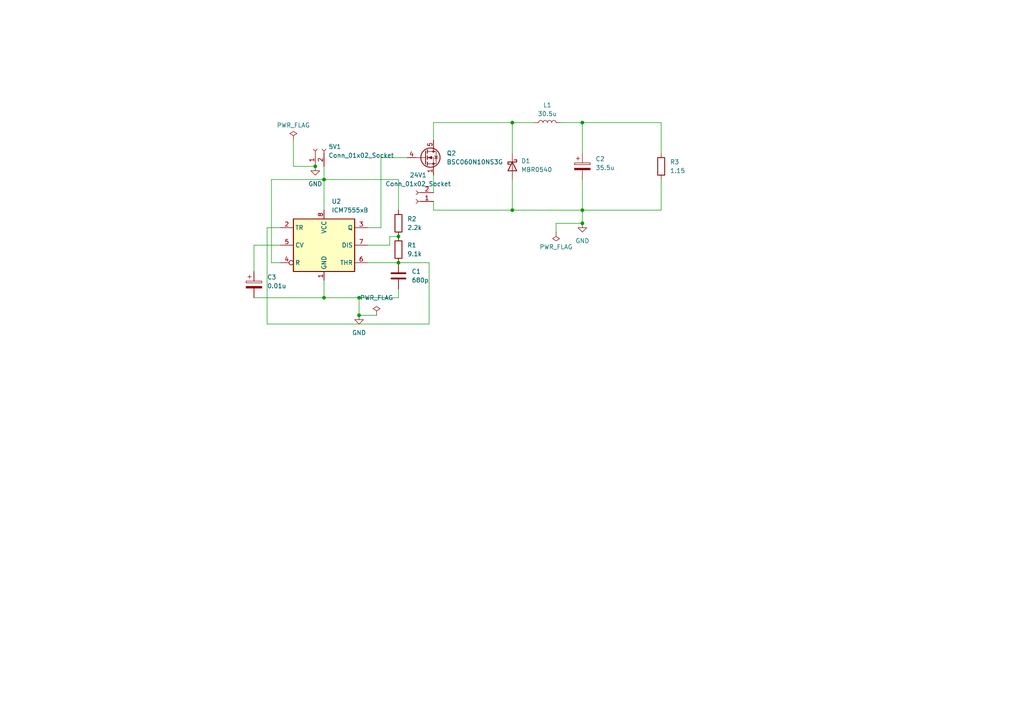
<source format=kicad_sch>
(kicad_sch
	(version 20231120)
	(generator "eeschema")
	(generator_version "8.0")
	(uuid "1246bc23-4bb4-429b-a41a-388dd9381d4b")
	(paper "A4")
	(lib_symbols
		(symbol "Connector:Conn_01x02_Socket"
			(pin_names
				(offset 1.016) hide)
			(exclude_from_sim no)
			(in_bom yes)
			(on_board yes)
			(property "Reference" "J"
				(at 0 2.54 0)
				(effects
					(font
						(size 1.27 1.27)
					)
				)
			)
			(property "Value" "Conn_01x02_Socket"
				(at 0 -5.08 0)
				(effects
					(font
						(size 1.27 1.27)
					)
				)
			)
			(property "Footprint" ""
				(at 0 0 0)
				(effects
					(font
						(size 1.27 1.27)
					)
					(hide yes)
				)
			)
			(property "Datasheet" "~"
				(at 0 0 0)
				(effects
					(font
						(size 1.27 1.27)
					)
					(hide yes)
				)
			)
			(property "Description" "Generic connector, single row, 01x02, script generated"
				(at 0 0 0)
				(effects
					(font
						(size 1.27 1.27)
					)
					(hide yes)
				)
			)
			(property "ki_locked" ""
				(at 0 0 0)
				(effects
					(font
						(size 1.27 1.27)
					)
				)
			)
			(property "ki_keywords" "connector"
				(at 0 0 0)
				(effects
					(font
						(size 1.27 1.27)
					)
					(hide yes)
				)
			)
			(property "ki_fp_filters" "Connector*:*_1x??_*"
				(at 0 0 0)
				(effects
					(font
						(size 1.27 1.27)
					)
					(hide yes)
				)
			)
			(symbol "Conn_01x02_Socket_1_1"
				(arc
					(start 0 -2.032)
					(mid -0.5058 -2.54)
					(end 0 -3.048)
					(stroke
						(width 0.1524)
						(type default)
					)
					(fill
						(type none)
					)
				)
				(polyline
					(pts
						(xy -1.27 -2.54) (xy -0.508 -2.54)
					)
					(stroke
						(width 0.1524)
						(type default)
					)
					(fill
						(type none)
					)
				)
				(polyline
					(pts
						(xy -1.27 0) (xy -0.508 0)
					)
					(stroke
						(width 0.1524)
						(type default)
					)
					(fill
						(type none)
					)
				)
				(arc
					(start 0 0.508)
					(mid -0.5058 0)
					(end 0 -0.508)
					(stroke
						(width 0.1524)
						(type default)
					)
					(fill
						(type none)
					)
				)
				(pin passive line
					(at -5.08 0 0)
					(length 3.81)
					(name "Pin_1"
						(effects
							(font
								(size 1.27 1.27)
							)
						)
					)
					(number "1"
						(effects
							(font
								(size 1.27 1.27)
							)
						)
					)
				)
				(pin passive line
					(at -5.08 -2.54 0)
					(length 3.81)
					(name "Pin_2"
						(effects
							(font
								(size 1.27 1.27)
							)
						)
					)
					(number "2"
						(effects
							(font
								(size 1.27 1.27)
							)
						)
					)
				)
			)
		)
		(symbol "Device:C"
			(pin_numbers hide)
			(pin_names
				(offset 0.254)
			)
			(exclude_from_sim no)
			(in_bom yes)
			(on_board yes)
			(property "Reference" "C"
				(at 0.635 2.54 0)
				(effects
					(font
						(size 1.27 1.27)
					)
					(justify left)
				)
			)
			(property "Value" "C"
				(at 0.635 -2.54 0)
				(effects
					(font
						(size 1.27 1.27)
					)
					(justify left)
				)
			)
			(property "Footprint" ""
				(at 0.9652 -3.81 0)
				(effects
					(font
						(size 1.27 1.27)
					)
					(hide yes)
				)
			)
			(property "Datasheet" "~"
				(at 0 0 0)
				(effects
					(font
						(size 1.27 1.27)
					)
					(hide yes)
				)
			)
			(property "Description" "Unpolarized capacitor"
				(at 0 0 0)
				(effects
					(font
						(size 1.27 1.27)
					)
					(hide yes)
				)
			)
			(property "ki_keywords" "cap capacitor"
				(at 0 0 0)
				(effects
					(font
						(size 1.27 1.27)
					)
					(hide yes)
				)
			)
			(property "ki_fp_filters" "C_*"
				(at 0 0 0)
				(effects
					(font
						(size 1.27 1.27)
					)
					(hide yes)
				)
			)
			(symbol "C_0_1"
				(polyline
					(pts
						(xy -2.032 -0.762) (xy 2.032 -0.762)
					)
					(stroke
						(width 0.508)
						(type default)
					)
					(fill
						(type none)
					)
				)
				(polyline
					(pts
						(xy -2.032 0.762) (xy 2.032 0.762)
					)
					(stroke
						(width 0.508)
						(type default)
					)
					(fill
						(type none)
					)
				)
			)
			(symbol "C_1_1"
				(pin passive line
					(at 0 3.81 270)
					(length 2.794)
					(name "~"
						(effects
							(font
								(size 1.27 1.27)
							)
						)
					)
					(number "1"
						(effects
							(font
								(size 1.27 1.27)
							)
						)
					)
				)
				(pin passive line
					(at 0 -3.81 90)
					(length 2.794)
					(name "~"
						(effects
							(font
								(size 1.27 1.27)
							)
						)
					)
					(number "2"
						(effects
							(font
								(size 1.27 1.27)
							)
						)
					)
				)
			)
		)
		(symbol "Device:C_Polarized"
			(pin_numbers hide)
			(pin_names
				(offset 0.254)
			)
			(exclude_from_sim no)
			(in_bom yes)
			(on_board yes)
			(property "Reference" "C"
				(at 0.635 2.54 0)
				(effects
					(font
						(size 1.27 1.27)
					)
					(justify left)
				)
			)
			(property "Value" "C_Polarized"
				(at 0.635 -2.54 0)
				(effects
					(font
						(size 1.27 1.27)
					)
					(justify left)
				)
			)
			(property "Footprint" ""
				(at 0.9652 -3.81 0)
				(effects
					(font
						(size 1.27 1.27)
					)
					(hide yes)
				)
			)
			(property "Datasheet" "~"
				(at 0 0 0)
				(effects
					(font
						(size 1.27 1.27)
					)
					(hide yes)
				)
			)
			(property "Description" "Polarized capacitor"
				(at 0 0 0)
				(effects
					(font
						(size 1.27 1.27)
					)
					(hide yes)
				)
			)
			(property "ki_keywords" "cap capacitor"
				(at 0 0 0)
				(effects
					(font
						(size 1.27 1.27)
					)
					(hide yes)
				)
			)
			(property "ki_fp_filters" "CP_*"
				(at 0 0 0)
				(effects
					(font
						(size 1.27 1.27)
					)
					(hide yes)
				)
			)
			(symbol "C_Polarized_0_1"
				(rectangle
					(start -2.286 0.508)
					(end 2.286 1.016)
					(stroke
						(width 0)
						(type default)
					)
					(fill
						(type none)
					)
				)
				(polyline
					(pts
						(xy -1.778 2.286) (xy -0.762 2.286)
					)
					(stroke
						(width 0)
						(type default)
					)
					(fill
						(type none)
					)
				)
				(polyline
					(pts
						(xy -1.27 2.794) (xy -1.27 1.778)
					)
					(stroke
						(width 0)
						(type default)
					)
					(fill
						(type none)
					)
				)
				(rectangle
					(start 2.286 -0.508)
					(end -2.286 -1.016)
					(stroke
						(width 0)
						(type default)
					)
					(fill
						(type outline)
					)
				)
			)
			(symbol "C_Polarized_1_1"
				(pin passive line
					(at 0 3.81 270)
					(length 2.794)
					(name "~"
						(effects
							(font
								(size 1.27 1.27)
							)
						)
					)
					(number "1"
						(effects
							(font
								(size 1.27 1.27)
							)
						)
					)
				)
				(pin passive line
					(at 0 -3.81 90)
					(length 2.794)
					(name "~"
						(effects
							(font
								(size 1.27 1.27)
							)
						)
					)
					(number "2"
						(effects
							(font
								(size 1.27 1.27)
							)
						)
					)
				)
			)
		)
		(symbol "Device:L"
			(pin_numbers hide)
			(pin_names
				(offset 1.016) hide)
			(exclude_from_sim no)
			(in_bom yes)
			(on_board yes)
			(property "Reference" "L"
				(at -1.27 0 90)
				(effects
					(font
						(size 1.27 1.27)
					)
				)
			)
			(property "Value" "L"
				(at 1.905 0 90)
				(effects
					(font
						(size 1.27 1.27)
					)
				)
			)
			(property "Footprint" ""
				(at 0 0 0)
				(effects
					(font
						(size 1.27 1.27)
					)
					(hide yes)
				)
			)
			(property "Datasheet" "~"
				(at 0 0 0)
				(effects
					(font
						(size 1.27 1.27)
					)
					(hide yes)
				)
			)
			(property "Description" "Inductor"
				(at 0 0 0)
				(effects
					(font
						(size 1.27 1.27)
					)
					(hide yes)
				)
			)
			(property "ki_keywords" "inductor choke coil reactor magnetic"
				(at 0 0 0)
				(effects
					(font
						(size 1.27 1.27)
					)
					(hide yes)
				)
			)
			(property "ki_fp_filters" "Choke_* *Coil* Inductor_* L_*"
				(at 0 0 0)
				(effects
					(font
						(size 1.27 1.27)
					)
					(hide yes)
				)
			)
			(symbol "L_0_1"
				(arc
					(start 0 -2.54)
					(mid 0.6323 -1.905)
					(end 0 -1.27)
					(stroke
						(width 0)
						(type default)
					)
					(fill
						(type none)
					)
				)
				(arc
					(start 0 -1.27)
					(mid 0.6323 -0.635)
					(end 0 0)
					(stroke
						(width 0)
						(type default)
					)
					(fill
						(type none)
					)
				)
				(arc
					(start 0 0)
					(mid 0.6323 0.635)
					(end 0 1.27)
					(stroke
						(width 0)
						(type default)
					)
					(fill
						(type none)
					)
				)
				(arc
					(start 0 1.27)
					(mid 0.6323 1.905)
					(end 0 2.54)
					(stroke
						(width 0)
						(type default)
					)
					(fill
						(type none)
					)
				)
			)
			(symbol "L_1_1"
				(pin passive line
					(at 0 3.81 270)
					(length 1.27)
					(name "1"
						(effects
							(font
								(size 1.27 1.27)
							)
						)
					)
					(number "1"
						(effects
							(font
								(size 1.27 1.27)
							)
						)
					)
				)
				(pin passive line
					(at 0 -3.81 90)
					(length 1.27)
					(name "2"
						(effects
							(font
								(size 1.27 1.27)
							)
						)
					)
					(number "2"
						(effects
							(font
								(size 1.27 1.27)
							)
						)
					)
				)
			)
		)
		(symbol "Device:R"
			(pin_numbers hide)
			(pin_names
				(offset 0)
			)
			(exclude_from_sim no)
			(in_bom yes)
			(on_board yes)
			(property "Reference" "R"
				(at 2.032 0 90)
				(effects
					(font
						(size 1.27 1.27)
					)
				)
			)
			(property "Value" "R"
				(at 0 0 90)
				(effects
					(font
						(size 1.27 1.27)
					)
				)
			)
			(property "Footprint" ""
				(at -1.778 0 90)
				(effects
					(font
						(size 1.27 1.27)
					)
					(hide yes)
				)
			)
			(property "Datasheet" "~"
				(at 0 0 0)
				(effects
					(font
						(size 1.27 1.27)
					)
					(hide yes)
				)
			)
			(property "Description" "Resistor"
				(at 0 0 0)
				(effects
					(font
						(size 1.27 1.27)
					)
					(hide yes)
				)
			)
			(property "ki_keywords" "R res resistor"
				(at 0 0 0)
				(effects
					(font
						(size 1.27 1.27)
					)
					(hide yes)
				)
			)
			(property "ki_fp_filters" "R_*"
				(at 0 0 0)
				(effects
					(font
						(size 1.27 1.27)
					)
					(hide yes)
				)
			)
			(symbol "R_0_1"
				(rectangle
					(start -1.016 -2.54)
					(end 1.016 2.54)
					(stroke
						(width 0.254)
						(type default)
					)
					(fill
						(type none)
					)
				)
			)
			(symbol "R_1_1"
				(pin passive line
					(at 0 3.81 270)
					(length 1.27)
					(name "~"
						(effects
							(font
								(size 1.27 1.27)
							)
						)
					)
					(number "1"
						(effects
							(font
								(size 1.27 1.27)
							)
						)
					)
				)
				(pin passive line
					(at 0 -3.81 90)
					(length 1.27)
					(name "~"
						(effects
							(font
								(size 1.27 1.27)
							)
						)
					)
					(number "2"
						(effects
							(font
								(size 1.27 1.27)
							)
						)
					)
				)
			)
		)
		(symbol "Diode:MBR0540"
			(pin_numbers hide)
			(pin_names
				(offset 1.016) hide)
			(exclude_from_sim no)
			(in_bom yes)
			(on_board yes)
			(property "Reference" "D"
				(at 0 2.54 0)
				(effects
					(font
						(size 1.27 1.27)
					)
				)
			)
			(property "Value" "MBR0540"
				(at 0 -2.54 0)
				(effects
					(font
						(size 1.27 1.27)
					)
				)
			)
			(property "Footprint" "Diode_SMD:D_SOD-123"
				(at 0 -4.445 0)
				(effects
					(font
						(size 1.27 1.27)
					)
					(hide yes)
				)
			)
			(property "Datasheet" "http://www.mccsemi.com/up_pdf/MBR0520~MBR0580(SOD123).pdf"
				(at 0 0 0)
				(effects
					(font
						(size 1.27 1.27)
					)
					(hide yes)
				)
			)
			(property "Description" "40V 0.5A Schottky Power Rectifier Diode, SOD-123"
				(at 0 0 0)
				(effects
					(font
						(size 1.27 1.27)
					)
					(hide yes)
				)
			)
			(property "ki_keywords" "diode Schottky"
				(at 0 0 0)
				(effects
					(font
						(size 1.27 1.27)
					)
					(hide yes)
				)
			)
			(property "ki_fp_filters" "D*SOD?123*"
				(at 0 0 0)
				(effects
					(font
						(size 1.27 1.27)
					)
					(hide yes)
				)
			)
			(symbol "MBR0540_0_1"
				(polyline
					(pts
						(xy 1.27 0) (xy -1.27 0)
					)
					(stroke
						(width 0)
						(type default)
					)
					(fill
						(type none)
					)
				)
				(polyline
					(pts
						(xy 1.27 1.27) (xy 1.27 -1.27) (xy -1.27 0) (xy 1.27 1.27)
					)
					(stroke
						(width 0.254)
						(type default)
					)
					(fill
						(type none)
					)
				)
				(polyline
					(pts
						(xy -1.905 0.635) (xy -1.905 1.27) (xy -1.27 1.27) (xy -1.27 -1.27) (xy -0.635 -1.27) (xy -0.635 -0.635)
					)
					(stroke
						(width 0.254)
						(type default)
					)
					(fill
						(type none)
					)
				)
			)
			(symbol "MBR0540_1_1"
				(pin passive line
					(at -3.81 0 0)
					(length 2.54)
					(name "K"
						(effects
							(font
								(size 1.27 1.27)
							)
						)
					)
					(number "1"
						(effects
							(font
								(size 1.27 1.27)
							)
						)
					)
				)
				(pin passive line
					(at 3.81 0 180)
					(length 2.54)
					(name "A"
						(effects
							(font
								(size 1.27 1.27)
							)
						)
					)
					(number "2"
						(effects
							(font
								(size 1.27 1.27)
							)
						)
					)
				)
			)
		)
		(symbol "Timer:ICM7555xB"
			(exclude_from_sim no)
			(in_bom yes)
			(on_board yes)
			(property "Reference" "U"
				(at -10.16 8.89 0)
				(effects
					(font
						(size 1.27 1.27)
					)
					(justify left)
				)
			)
			(property "Value" "ICM7555xB"
				(at 2.54 8.89 0)
				(effects
					(font
						(size 1.27 1.27)
					)
					(justify left)
				)
			)
			(property "Footprint" "Package_SO:SOIC-8_3.9x4.9mm_P1.27mm"
				(at 21.59 -10.16 0)
				(effects
					(font
						(size 1.27 1.27)
					)
					(hide yes)
				)
			)
			(property "Datasheet" "http://www.intersil.com/content/dam/Intersil/documents/icm7/icm7555-56.pdf"
				(at 21.59 -10.16 0)
				(effects
					(font
						(size 1.27 1.27)
					)
					(hide yes)
				)
			)
			(property "Description" "CMOS General Purpose Timer, 555 compatible, SOIC-8"
				(at 0 0 0)
				(effects
					(font
						(size 1.27 1.27)
					)
					(hide yes)
				)
			)
			(property "ki_keywords" "single timer 555"
				(at 0 0 0)
				(effects
					(font
						(size 1.27 1.27)
					)
					(hide yes)
				)
			)
			(property "ki_fp_filters" "SOIC*3.9x4.9mm*P1.27mm*"
				(at 0 0 0)
				(effects
					(font
						(size 1.27 1.27)
					)
					(hide yes)
				)
			)
			(symbol "ICM7555xB_0_0"
				(pin power_in line
					(at 0 -10.16 90)
					(length 2.54)
					(name "GND"
						(effects
							(font
								(size 1.27 1.27)
							)
						)
					)
					(number "1"
						(effects
							(font
								(size 1.27 1.27)
							)
						)
					)
				)
				(pin power_in line
					(at 0 10.16 270)
					(length 2.54)
					(name "VCC"
						(effects
							(font
								(size 1.27 1.27)
							)
						)
					)
					(number "8"
						(effects
							(font
								(size 1.27 1.27)
							)
						)
					)
				)
			)
			(symbol "ICM7555xB_0_1"
				(rectangle
					(start -8.89 -7.62)
					(end 8.89 7.62)
					(stroke
						(width 0.254)
						(type default)
					)
					(fill
						(type background)
					)
				)
				(rectangle
					(start -8.89 -7.62)
					(end 8.89 7.62)
					(stroke
						(width 0.254)
						(type default)
					)
					(fill
						(type background)
					)
				)
			)
			(symbol "ICM7555xB_1_1"
				(pin input line
					(at -12.7 5.08 0)
					(length 3.81)
					(name "TR"
						(effects
							(font
								(size 1.27 1.27)
							)
						)
					)
					(number "2"
						(effects
							(font
								(size 1.27 1.27)
							)
						)
					)
				)
				(pin output line
					(at 12.7 5.08 180)
					(length 3.81)
					(name "Q"
						(effects
							(font
								(size 1.27 1.27)
							)
						)
					)
					(number "3"
						(effects
							(font
								(size 1.27 1.27)
							)
						)
					)
				)
				(pin input inverted
					(at -12.7 -5.08 0)
					(length 3.81)
					(name "R"
						(effects
							(font
								(size 1.27 1.27)
							)
						)
					)
					(number "4"
						(effects
							(font
								(size 1.27 1.27)
							)
						)
					)
				)
				(pin input line
					(at -12.7 0 0)
					(length 3.81)
					(name "CV"
						(effects
							(font
								(size 1.27 1.27)
							)
						)
					)
					(number "5"
						(effects
							(font
								(size 1.27 1.27)
							)
						)
					)
				)
				(pin input line
					(at 12.7 -5.08 180)
					(length 3.81)
					(name "THR"
						(effects
							(font
								(size 1.27 1.27)
							)
						)
					)
					(number "6"
						(effects
							(font
								(size 1.27 1.27)
							)
						)
					)
				)
				(pin input line
					(at 12.7 0 180)
					(length 3.81)
					(name "DIS"
						(effects
							(font
								(size 1.27 1.27)
							)
						)
					)
					(number "7"
						(effects
							(font
								(size 1.27 1.27)
							)
						)
					)
				)
			)
		)
		(symbol "Transistor_FET:BSC060N10NS3G"
			(pin_names hide)
			(exclude_from_sim no)
			(in_bom yes)
			(on_board yes)
			(property "Reference" "Q"
				(at 5.08 1.905 0)
				(effects
					(font
						(size 1.27 1.27)
					)
					(justify left)
				)
			)
			(property "Value" "BSC060N10NS3G"
				(at 5.08 0 0)
				(effects
					(font
						(size 1.27 1.27)
					)
					(justify left)
				)
			)
			(property "Footprint" "Package_TO_SOT_SMD:TDSON-8-1"
				(at 5.08 -1.905 0)
				(effects
					(font
						(size 1.27 1.27)
						(italic yes)
					)
					(justify left)
					(hide yes)
				)
			)
			(property "Datasheet" "http://www.infineon.com/dgdl/Infineon-BSC060N10NS3-DS-v02_04-en.pdf?fileId=db3a30431ce5fb52011d1aab7f90133a"
				(at 5.08 -3.81 0)
				(effects
					(font
						(size 1.27 1.27)
					)
					(justify left)
					(hide yes)
				)
			)
			(property "Description" "90A Id, 100V Vds, OptiMOS N-Channel Power MOSFET, 6.0mOhm Ron, Qg (typ) 51.0nC, PG-TDSON-8"
				(at 0 0 0)
				(effects
					(font
						(size 1.27 1.27)
					)
					(hide yes)
				)
			)
			(property "ki_keywords" "OptiMOS Power MOSFET N-MOS"
				(at 0 0 0)
				(effects
					(font
						(size 1.27 1.27)
					)
					(hide yes)
				)
			)
			(property "ki_fp_filters" "TDSON*"
				(at 0 0 0)
				(effects
					(font
						(size 1.27 1.27)
					)
					(hide yes)
				)
			)
			(symbol "BSC060N10NS3G_0_1"
				(polyline
					(pts
						(xy 0.254 0) (xy -2.54 0)
					)
					(stroke
						(width 0)
						(type default)
					)
					(fill
						(type none)
					)
				)
				(polyline
					(pts
						(xy 0.254 1.905) (xy 0.254 -1.905)
					)
					(stroke
						(width 0.254)
						(type default)
					)
					(fill
						(type none)
					)
				)
				(polyline
					(pts
						(xy 0.762 -1.27) (xy 0.762 -2.286)
					)
					(stroke
						(width 0.254)
						(type default)
					)
					(fill
						(type none)
					)
				)
				(polyline
					(pts
						(xy 0.762 0.508) (xy 0.762 -0.508)
					)
					(stroke
						(width 0.254)
						(type default)
					)
					(fill
						(type none)
					)
				)
				(polyline
					(pts
						(xy 0.762 2.286) (xy 0.762 1.27)
					)
					(stroke
						(width 0.254)
						(type default)
					)
					(fill
						(type none)
					)
				)
				(polyline
					(pts
						(xy 2.54 2.54) (xy 2.54 1.778)
					)
					(stroke
						(width 0)
						(type default)
					)
					(fill
						(type none)
					)
				)
				(polyline
					(pts
						(xy 2.54 -2.54) (xy 2.54 0) (xy 0.762 0)
					)
					(stroke
						(width 0)
						(type default)
					)
					(fill
						(type none)
					)
				)
				(polyline
					(pts
						(xy 0.762 -1.778) (xy 3.302 -1.778) (xy 3.302 1.778) (xy 0.762 1.778)
					)
					(stroke
						(width 0)
						(type default)
					)
					(fill
						(type none)
					)
				)
				(polyline
					(pts
						(xy 1.016 0) (xy 2.032 0.381) (xy 2.032 -0.381) (xy 1.016 0)
					)
					(stroke
						(width 0)
						(type default)
					)
					(fill
						(type outline)
					)
				)
				(polyline
					(pts
						(xy 2.794 0.508) (xy 2.921 0.381) (xy 3.683 0.381) (xy 3.81 0.254)
					)
					(stroke
						(width 0)
						(type default)
					)
					(fill
						(type none)
					)
				)
				(polyline
					(pts
						(xy 3.302 0.381) (xy 2.921 -0.254) (xy 3.683 -0.254) (xy 3.302 0.381)
					)
					(stroke
						(width 0)
						(type default)
					)
					(fill
						(type none)
					)
				)
				(circle
					(center 1.651 0)
					(radius 2.794)
					(stroke
						(width 0.254)
						(type default)
					)
					(fill
						(type none)
					)
				)
				(circle
					(center 2.54 -1.778)
					(radius 0.254)
					(stroke
						(width 0)
						(type default)
					)
					(fill
						(type outline)
					)
				)
				(circle
					(center 2.54 1.778)
					(radius 0.254)
					(stroke
						(width 0)
						(type default)
					)
					(fill
						(type outline)
					)
				)
			)
			(symbol "BSC060N10NS3G_1_1"
				(pin passive line
					(at 2.54 -5.08 90)
					(length 2.54)
					(name "S"
						(effects
							(font
								(size 1.27 1.27)
							)
						)
					)
					(number "1"
						(effects
							(font
								(size 1.27 1.27)
							)
						)
					)
				)
				(pin passive line
					(at 2.54 -5.08 90)
					(length 2.54) hide
					(name "S"
						(effects
							(font
								(size 1.27 1.27)
							)
						)
					)
					(number "2"
						(effects
							(font
								(size 1.27 1.27)
							)
						)
					)
				)
				(pin passive line
					(at 2.54 -5.08 90)
					(length 2.54) hide
					(name "S"
						(effects
							(font
								(size 1.27 1.27)
							)
						)
					)
					(number "3"
						(effects
							(font
								(size 1.27 1.27)
							)
						)
					)
				)
				(pin passive line
					(at -5.08 0 0)
					(length 2.54)
					(name "G"
						(effects
							(font
								(size 1.27 1.27)
							)
						)
					)
					(number "4"
						(effects
							(font
								(size 1.27 1.27)
							)
						)
					)
				)
				(pin passive line
					(at 2.54 5.08 270)
					(length 2.54)
					(name "D"
						(effects
							(font
								(size 1.27 1.27)
							)
						)
					)
					(number "5"
						(effects
							(font
								(size 1.27 1.27)
							)
						)
					)
				)
			)
		)
		(symbol "power:GND"
			(power)
			(pin_numbers hide)
			(pin_names
				(offset 0) hide)
			(exclude_from_sim no)
			(in_bom yes)
			(on_board yes)
			(property "Reference" "#PWR"
				(at 0 -6.35 0)
				(effects
					(font
						(size 1.27 1.27)
					)
					(hide yes)
				)
			)
			(property "Value" "GND"
				(at 0 -3.81 0)
				(effects
					(font
						(size 1.27 1.27)
					)
				)
			)
			(property "Footprint" ""
				(at 0 0 0)
				(effects
					(font
						(size 1.27 1.27)
					)
					(hide yes)
				)
			)
			(property "Datasheet" ""
				(at 0 0 0)
				(effects
					(font
						(size 1.27 1.27)
					)
					(hide yes)
				)
			)
			(property "Description" "Power symbol creates a global label with name \"GND\" , ground"
				(at 0 0 0)
				(effects
					(font
						(size 1.27 1.27)
					)
					(hide yes)
				)
			)
			(property "ki_keywords" "global power"
				(at 0 0 0)
				(effects
					(font
						(size 1.27 1.27)
					)
					(hide yes)
				)
			)
			(symbol "GND_0_1"
				(polyline
					(pts
						(xy 0 0) (xy 0 -1.27) (xy 1.27 -1.27) (xy 0 -2.54) (xy -1.27 -1.27) (xy 0 -1.27)
					)
					(stroke
						(width 0)
						(type default)
					)
					(fill
						(type none)
					)
				)
			)
			(symbol "GND_1_1"
				(pin power_in line
					(at 0 0 270)
					(length 0)
					(name "~"
						(effects
							(font
								(size 1.27 1.27)
							)
						)
					)
					(number "1"
						(effects
							(font
								(size 1.27 1.27)
							)
						)
					)
				)
			)
		)
		(symbol "power:PWR_FLAG"
			(power)
			(pin_numbers hide)
			(pin_names
				(offset 0) hide)
			(exclude_from_sim no)
			(in_bom yes)
			(on_board yes)
			(property "Reference" "#FLG"
				(at 0 1.905 0)
				(effects
					(font
						(size 1.27 1.27)
					)
					(hide yes)
				)
			)
			(property "Value" "PWR_FLAG"
				(at 0 3.81 0)
				(effects
					(font
						(size 1.27 1.27)
					)
				)
			)
			(property "Footprint" ""
				(at 0 0 0)
				(effects
					(font
						(size 1.27 1.27)
					)
					(hide yes)
				)
			)
			(property "Datasheet" "~"
				(at 0 0 0)
				(effects
					(font
						(size 1.27 1.27)
					)
					(hide yes)
				)
			)
			(property "Description" "Special symbol for telling ERC where power comes from"
				(at 0 0 0)
				(effects
					(font
						(size 1.27 1.27)
					)
					(hide yes)
				)
			)
			(property "ki_keywords" "flag power"
				(at 0 0 0)
				(effects
					(font
						(size 1.27 1.27)
					)
					(hide yes)
				)
			)
			(symbol "PWR_FLAG_0_0"
				(pin power_out line
					(at 0 0 90)
					(length 0)
					(name "~"
						(effects
							(font
								(size 1.27 1.27)
							)
						)
					)
					(number "1"
						(effects
							(font
								(size 1.27 1.27)
							)
						)
					)
				)
			)
			(symbol "PWR_FLAG_0_1"
				(polyline
					(pts
						(xy 0 0) (xy 0 1.27) (xy -1.016 1.905) (xy 0 2.54) (xy 1.016 1.905) (xy 0 1.27)
					)
					(stroke
						(width 0)
						(type default)
					)
					(fill
						(type none)
					)
				)
			)
		)
	)
	(junction
		(at 168.91 60.96)
		(diameter 0)
		(color 0 0 0 0)
		(uuid "1779c7f5-3dcc-44b9-ad30-fa7de06eab8e")
	)
	(junction
		(at 168.91 35.56)
		(diameter 0)
		(color 0 0 0 0)
		(uuid "1e471a4e-746e-474d-bff5-9a994b9b34ba")
	)
	(junction
		(at 93.98 86.36)
		(diameter 0)
		(color 0 0 0 0)
		(uuid "24eb68d7-9f84-4c4e-b04d-540f49f5b558")
	)
	(junction
		(at 93.98 52.07)
		(diameter 0)
		(color 0 0 0 0)
		(uuid "2ec6263f-11d7-4b72-a7fe-5e2309ab9e96")
	)
	(junction
		(at 104.14 91.44)
		(diameter 0)
		(color 0 0 0 0)
		(uuid "3a335f44-c980-421e-84a8-f2e9975fd5d9")
	)
	(junction
		(at 104.14 86.36)
		(diameter 0)
		(color 0 0 0 0)
		(uuid "4b922dec-1f9b-49e5-81ff-9186560b6eec")
	)
	(junction
		(at 115.57 76.2)
		(diameter 0)
		(color 0 0 0 0)
		(uuid "61750e94-9977-424c-811c-321b71a0544e")
	)
	(junction
		(at 148.59 35.56)
		(diameter 0)
		(color 0 0 0 0)
		(uuid "72bb6837-b1f9-4334-8408-692523bc3b1c")
	)
	(junction
		(at 115.57 68.58)
		(diameter 0)
		(color 0 0 0 0)
		(uuid "9bbc7f71-ada0-4aa3-bb63-4e98cddf6eac")
	)
	(junction
		(at 91.44 48.26)
		(diameter 0)
		(color 0 0 0 0)
		(uuid "a218af99-88ca-40f4-829e-72fafe463140")
	)
	(junction
		(at 148.59 60.96)
		(diameter 0)
		(color 0 0 0 0)
		(uuid "ade2ae6b-e9fc-4741-b06b-db31ef37f3d2")
	)
	(junction
		(at 168.91 64.77)
		(diameter 0)
		(color 0 0 0 0)
		(uuid "cf2a0da2-d196-4c6e-af9a-fa65de73fadd")
	)
	(wire
		(pts
			(xy 168.91 35.56) (xy 168.91 44.45)
		)
		(stroke
			(width 0)
			(type default)
		)
		(uuid "02671dc8-5df6-4ddd-ac2a-b404f862fc3f")
	)
	(wire
		(pts
			(xy 115.57 76.2) (xy 124.46 76.2)
		)
		(stroke
			(width 0)
			(type default)
		)
		(uuid "1267f13e-a20e-4947-9e71-b412a9a985f1")
	)
	(wire
		(pts
			(xy 104.14 91.44) (xy 109.22 91.44)
		)
		(stroke
			(width 0)
			(type default)
		)
		(uuid "18678b5e-1d23-440e-8aa2-594e406a440c")
	)
	(wire
		(pts
			(xy 77.47 66.04) (xy 77.47 93.98)
		)
		(stroke
			(width 0)
			(type default)
		)
		(uuid "18b334bd-0087-42fc-89d4-4e1b3e1d9c7e")
	)
	(wire
		(pts
			(xy 73.66 71.12) (xy 73.66 78.74)
		)
		(stroke
			(width 0)
			(type default)
		)
		(uuid "208c9578-9692-490e-85bc-830e0e149ecd")
	)
	(wire
		(pts
			(xy 148.59 52.07) (xy 148.59 60.96)
		)
		(stroke
			(width 0)
			(type default)
		)
		(uuid "257b7c40-e364-4cdb-8563-4526921d37b8")
	)
	(wire
		(pts
			(xy 161.29 67.31) (xy 161.29 64.77)
		)
		(stroke
			(width 0)
			(type default)
		)
		(uuid "2d5e520e-8506-4a03-8cbd-7362cad4b729")
	)
	(wire
		(pts
			(xy 124.46 76.2) (xy 124.46 93.98)
		)
		(stroke
			(width 0)
			(type default)
		)
		(uuid "2ed789c2-a6a6-4312-88e8-4b74b60ccc3d")
	)
	(wire
		(pts
			(xy 168.91 35.56) (xy 191.77 35.56)
		)
		(stroke
			(width 0)
			(type default)
		)
		(uuid "2f25191f-2939-449f-8e44-6d6f3387c948")
	)
	(wire
		(pts
			(xy 148.59 35.56) (xy 154.94 35.56)
		)
		(stroke
			(width 0)
			(type default)
		)
		(uuid "32147348-06fd-49ed-9793-abbeec276528")
	)
	(wire
		(pts
			(xy 77.47 93.98) (xy 124.46 93.98)
		)
		(stroke
			(width 0)
			(type default)
		)
		(uuid "428acbb1-d7bf-4559-9b6e-4a28f4fa46df")
	)
	(wire
		(pts
			(xy 148.59 35.56) (xy 148.59 44.45)
		)
		(stroke
			(width 0)
			(type default)
		)
		(uuid "4885682b-e1c5-41e8-97b7-cf7873438158")
	)
	(wire
		(pts
			(xy 106.68 71.12) (xy 113.03 71.12)
		)
		(stroke
			(width 0)
			(type default)
		)
		(uuid "4b689b42-fbb7-41b3-8070-4ffdf86b3bcd")
	)
	(wire
		(pts
			(xy 115.57 86.36) (xy 115.57 83.82)
		)
		(stroke
			(width 0)
			(type default)
		)
		(uuid "4c6a375c-184a-444c-9690-987b2c684c0b")
	)
	(wire
		(pts
			(xy 93.98 48.26) (xy 93.98 52.07)
		)
		(stroke
			(width 0)
			(type default)
		)
		(uuid "5f108910-e62d-440e-9c8c-7505beb81ebd")
	)
	(wire
		(pts
			(xy 113.03 68.58) (xy 115.57 68.58)
		)
		(stroke
			(width 0)
			(type default)
		)
		(uuid "5f27b937-033f-49dd-acdd-9e3e1f4fb2f7")
	)
	(wire
		(pts
			(xy 168.91 60.96) (xy 168.91 64.77)
		)
		(stroke
			(width 0)
			(type default)
		)
		(uuid "605432fc-ddcf-4990-a854-3ab7bed82a4c")
	)
	(wire
		(pts
			(xy 125.73 50.8) (xy 125.73 55.88)
		)
		(stroke
			(width 0)
			(type default)
		)
		(uuid "67b019ca-9d51-45b7-bd7b-9f273442fd1b")
	)
	(wire
		(pts
			(xy 73.66 86.36) (xy 93.98 86.36)
		)
		(stroke
			(width 0)
			(type default)
		)
		(uuid "6b362fbf-e79b-46a0-980b-b7715966bb84")
	)
	(wire
		(pts
			(xy 113.03 68.58) (xy 113.03 71.12)
		)
		(stroke
			(width 0)
			(type default)
		)
		(uuid "6beac952-b300-45d7-98d4-4c75e7e93ba9")
	)
	(wire
		(pts
			(xy 168.91 60.96) (xy 191.77 60.96)
		)
		(stroke
			(width 0)
			(type default)
		)
		(uuid "7a7e29c2-a4c1-43a3-a940-cd6950c63393")
	)
	(wire
		(pts
			(xy 106.68 66.04) (xy 110.49 66.04)
		)
		(stroke
			(width 0)
			(type default)
		)
		(uuid "888983a9-06d2-4ba1-8a81-9e0e8ac39a81")
	)
	(wire
		(pts
			(xy 93.98 81.28) (xy 93.98 86.36)
		)
		(stroke
			(width 0)
			(type default)
		)
		(uuid "89c28bee-d8ed-4db8-b214-6e06eeeb01a2")
	)
	(wire
		(pts
			(xy 85.09 48.26) (xy 91.44 48.26)
		)
		(stroke
			(width 0)
			(type default)
		)
		(uuid "8c6f3421-aba5-45a2-9539-0f1003b1e5e0")
	)
	(wire
		(pts
			(xy 125.73 60.96) (xy 148.59 60.96)
		)
		(stroke
			(width 0)
			(type default)
		)
		(uuid "8de17d5e-513b-49e4-b42e-9649dbbb1b55")
	)
	(wire
		(pts
			(xy 161.29 64.77) (xy 168.91 64.77)
		)
		(stroke
			(width 0)
			(type default)
		)
		(uuid "8f26f0c8-0c65-40e9-afc9-5062cdff7490")
	)
	(wire
		(pts
			(xy 104.14 91.44) (xy 104.14 86.36)
		)
		(stroke
			(width 0)
			(type default)
		)
		(uuid "9897fcd7-18e2-46d7-bf65-8294274f3e5b")
	)
	(wire
		(pts
			(xy 106.68 76.2) (xy 115.57 76.2)
		)
		(stroke
			(width 0)
			(type default)
		)
		(uuid "99e6b945-257e-4293-bea8-1c136bdf111f")
	)
	(wire
		(pts
			(xy 93.98 52.07) (xy 115.57 52.07)
		)
		(stroke
			(width 0)
			(type default)
		)
		(uuid "9d43fbe9-0602-415a-80d1-6848e5b0f037")
	)
	(wire
		(pts
			(xy 93.98 86.36) (xy 104.14 86.36)
		)
		(stroke
			(width 0)
			(type default)
		)
		(uuid "9e1a0c4a-c8b2-4188-9a81-5fccfb32e892")
	)
	(wire
		(pts
			(xy 168.91 52.07) (xy 168.91 60.96)
		)
		(stroke
			(width 0)
			(type default)
		)
		(uuid "a489e552-6180-4147-aa91-51e92acc832b")
	)
	(wire
		(pts
			(xy 110.49 45.72) (xy 118.11 45.72)
		)
		(stroke
			(width 0)
			(type default)
		)
		(uuid "a5ca3aa1-d726-475b-9179-56a14ddbfc35")
	)
	(wire
		(pts
			(xy 93.98 52.07) (xy 93.98 60.96)
		)
		(stroke
			(width 0)
			(type default)
		)
		(uuid "a801dd2a-6f8d-4c9f-8493-f5fb98734a40")
	)
	(wire
		(pts
			(xy 125.73 58.42) (xy 125.73 60.96)
		)
		(stroke
			(width 0)
			(type default)
		)
		(uuid "ac82cdf9-5e2f-4f0a-b13c-da67dc8b2e5b")
	)
	(wire
		(pts
			(xy 191.77 35.56) (xy 191.77 44.45)
		)
		(stroke
			(width 0)
			(type default)
		)
		(uuid "b0456761-11d5-4e55-a545-edd6b2eb2a30")
	)
	(wire
		(pts
			(xy 81.28 71.12) (xy 73.66 71.12)
		)
		(stroke
			(width 0)
			(type default)
		)
		(uuid "b0d9df48-ff39-48ae-91a6-55a3c1f4047e")
	)
	(wire
		(pts
			(xy 110.49 45.72) (xy 110.49 66.04)
		)
		(stroke
			(width 0)
			(type default)
		)
		(uuid "cea49a56-9cf9-49ee-a283-d971a3fe98a8")
	)
	(wire
		(pts
			(xy 125.73 35.56) (xy 148.59 35.56)
		)
		(stroke
			(width 0)
			(type default)
		)
		(uuid "ceca34f2-c4fa-43b7-9c90-70126fc23649")
	)
	(wire
		(pts
			(xy 148.59 60.96) (xy 168.91 60.96)
		)
		(stroke
			(width 0)
			(type default)
		)
		(uuid "d56d789c-a2a5-4faa-8dc2-c4f56ac85cfd")
	)
	(wire
		(pts
			(xy 125.73 40.64) (xy 125.73 35.56)
		)
		(stroke
			(width 0)
			(type default)
		)
		(uuid "dd7a815a-5635-4160-aba1-cb1a0284e580")
	)
	(wire
		(pts
			(xy 78.74 52.07) (xy 93.98 52.07)
		)
		(stroke
			(width 0)
			(type default)
		)
		(uuid "e102eda0-df4a-4369-a275-5f037490703f")
	)
	(wire
		(pts
			(xy 191.77 60.96) (xy 191.77 52.07)
		)
		(stroke
			(width 0)
			(type default)
		)
		(uuid "e15fb1dc-93ce-4c77-950f-21d682b5e7c3")
	)
	(wire
		(pts
			(xy 162.56 35.56) (xy 168.91 35.56)
		)
		(stroke
			(width 0)
			(type default)
		)
		(uuid "e69c65cc-8286-42bf-9551-6cc35f3a9001")
	)
	(wire
		(pts
			(xy 81.28 66.04) (xy 77.47 66.04)
		)
		(stroke
			(width 0)
			(type default)
		)
		(uuid "e7ef09ba-6eab-40f9-8523-44131e3fe853")
	)
	(wire
		(pts
			(xy 104.14 86.36) (xy 115.57 86.36)
		)
		(stroke
			(width 0)
			(type default)
		)
		(uuid "ea3f9c4e-47b2-4dde-8a22-afd0af647d81")
	)
	(wire
		(pts
			(xy 115.57 52.07) (xy 115.57 60.96)
		)
		(stroke
			(width 0)
			(type default)
		)
		(uuid "ed3fef00-ebea-46b9-baaf-999f85be042f")
	)
	(wire
		(pts
			(xy 81.28 76.2) (xy 78.74 76.2)
		)
		(stroke
			(width 0)
			(type default)
		)
		(uuid "eedb7470-7645-417e-98f4-a05fb6b07a00")
	)
	(wire
		(pts
			(xy 85.09 40.64) (xy 85.09 48.26)
		)
		(stroke
			(width 0)
			(type default)
		)
		(uuid "f4f9b359-7569-4367-9701-f325dc775618")
	)
	(wire
		(pts
			(xy 78.74 76.2) (xy 78.74 52.07)
		)
		(stroke
			(width 0)
			(type default)
		)
		(uuid "f6d45499-7b13-4974-b016-b218b0e6ea52")
	)
	(symbol
		(lib_id "Device:L")
		(at 158.75 35.56 90)
		(unit 1)
		(exclude_from_sim no)
		(in_bom yes)
		(on_board yes)
		(dnp no)
		(fields_autoplaced yes)
		(uuid "1b09c67e-303c-49fb-984b-6ad350f60780")
		(property "Reference" "L1"
			(at 158.75 30.48 90)
			(effects
				(font
					(size 1.27 1.27)
				)
			)
		)
		(property "Value" "30.5u"
			(at 158.75 33.02 90)
			(effects
				(font
					(size 1.27 1.27)
				)
			)
		)
		(property "Footprint" "Inductor_SMD:L_Neosid_SM-PIC0512H"
			(at 158.75 35.56 0)
			(effects
				(font
					(size 1.27 1.27)
				)
				(hide yes)
			)
		)
		(property "Datasheet" "~"
			(at 158.75 35.56 0)
			(effects
				(font
					(size 1.27 1.27)
				)
				(hide yes)
			)
		)
		(property "Description" "Inductor"
			(at 158.75 35.56 0)
			(effects
				(font
					(size 1.27 1.27)
				)
				(hide yes)
			)
		)
		(pin "1"
			(uuid "4290af17-b6c9-4d89-80c4-ea3b7d80428c")
		)
		(pin "2"
			(uuid "6810147a-1714-436b-b5d2-c2cd2b74ff65")
		)
		(instances
			(project ""
				(path "/1246bc23-4bb4-429b-a41a-388dd9381d4b"
					(reference "L1")
					(unit 1)
				)
			)
		)
	)
	(symbol
		(lib_id "power:PWR_FLAG")
		(at 85.09 40.64 0)
		(unit 1)
		(exclude_from_sim no)
		(in_bom yes)
		(on_board yes)
		(dnp no)
		(uuid "1ea550bd-f422-4258-b9db-3927a29b90a4")
		(property "Reference" "#FLG02"
			(at 85.09 38.735 0)
			(effects
				(font
					(size 1.27 1.27)
				)
				(hide yes)
			)
		)
		(property "Value" "PWR_FLAG"
			(at 85.09 36.322 0)
			(effects
				(font
					(size 1.27 1.27)
				)
			)
		)
		(property "Footprint" ""
			(at 85.09 40.64 0)
			(effects
				(font
					(size 1.27 1.27)
				)
				(hide yes)
			)
		)
		(property "Datasheet" "~"
			(at 85.09 40.64 0)
			(effects
				(font
					(size 1.27 1.27)
				)
				(hide yes)
			)
		)
		(property "Description" "Special symbol for telling ERC where power comes from"
			(at 85.09 40.64 0)
			(effects
				(font
					(size 1.27 1.27)
				)
				(hide yes)
			)
		)
		(pin "1"
			(uuid "e09ba40b-70bf-4ac5-93dc-a1204dc9d7cc")
		)
		(instances
			(project "buck converter"
				(path "/1246bc23-4bb4-429b-a41a-388dd9381d4b"
					(reference "#FLG02")
					(unit 1)
				)
			)
		)
	)
	(symbol
		(lib_id "Device:C_Polarized")
		(at 168.91 48.26 0)
		(unit 1)
		(exclude_from_sim no)
		(in_bom yes)
		(on_board yes)
		(dnp no)
		(fields_autoplaced yes)
		(uuid "1fece498-813a-499a-a22b-b6de4a0cb320")
		(property "Reference" "C2"
			(at 172.72 46.1009 0)
			(effects
				(font
					(size 1.27 1.27)
				)
				(justify left)
			)
		)
		(property "Value" "35.5u"
			(at 172.72 48.6409 0)
			(effects
				(font
					(size 1.27 1.27)
				)
				(justify left)
			)
		)
		(property "Footprint" "Capacitor_SMD:C_0201_0603Metric"
			(at 169.8752 52.07 0)
			(effects
				(font
					(size 1.27 1.27)
				)
				(hide yes)
			)
		)
		(property "Datasheet" "~"
			(at 168.91 48.26 0)
			(effects
				(font
					(size 1.27 1.27)
				)
				(hide yes)
			)
		)
		(property "Description" "Polarized capacitor"
			(at 168.91 48.26 0)
			(effects
				(font
					(size 1.27 1.27)
				)
				(hide yes)
			)
		)
		(pin "1"
			(uuid "20faa31c-ba3b-4d9b-a5cc-76e8b4eab4ed")
		)
		(pin "2"
			(uuid "4cce0598-d814-4ad2-8f7a-43c3e8ded51e")
		)
		(instances
			(project ""
				(path "/1246bc23-4bb4-429b-a41a-388dd9381d4b"
					(reference "C2")
					(unit 1)
				)
			)
		)
	)
	(symbol
		(lib_id "Device:R")
		(at 191.77 48.26 0)
		(unit 1)
		(exclude_from_sim no)
		(in_bom yes)
		(on_board yes)
		(dnp no)
		(fields_autoplaced yes)
		(uuid "3c783313-c17f-4f0a-8d7d-823948241a7f")
		(property "Reference" "R3"
			(at 194.31 46.9899 0)
			(effects
				(font
					(size 1.27 1.27)
				)
				(justify left)
			)
		)
		(property "Value" "1.15"
			(at 194.31 49.5299 0)
			(effects
				(font
					(size 1.27 1.27)
				)
				(justify left)
			)
		)
		(property "Footprint" "Capacitor_SMD:C_0201_0603Metric"
			(at 189.992 48.26 90)
			(effects
				(font
					(size 1.27 1.27)
				)
				(hide yes)
			)
		)
		(property "Datasheet" "~"
			(at 191.77 48.26 0)
			(effects
				(font
					(size 1.27 1.27)
				)
				(hide yes)
			)
		)
		(property "Description" "Resistor"
			(at 191.77 48.26 0)
			(effects
				(font
					(size 1.27 1.27)
				)
				(hide yes)
			)
		)
		(pin "1"
			(uuid "ac02690f-caf1-4f8d-86b5-9eefe1be7aee")
		)
		(pin "2"
			(uuid "51c347e4-371f-4519-9ac8-e206b36125b3")
		)
		(instances
			(project ""
				(path "/1246bc23-4bb4-429b-a41a-388dd9381d4b"
					(reference "R3")
					(unit 1)
				)
			)
		)
	)
	(symbol
		(lib_id "Device:R")
		(at 115.57 64.77 0)
		(unit 1)
		(exclude_from_sim no)
		(in_bom yes)
		(on_board yes)
		(dnp no)
		(uuid "482dcc58-d0b8-45b2-bb52-397ed9fae80e")
		(property "Reference" "R2"
			(at 118.11 63.4999 0)
			(effects
				(font
					(size 1.27 1.27)
				)
				(justify left)
			)
		)
		(property "Value" "2.2k"
			(at 118.11 66.0399 0)
			(effects
				(font
					(size 1.27 1.27)
				)
				(justify left)
			)
		)
		(property "Footprint" "Resistor_SMD:R_0201_0603Metric"
			(at 113.792 64.77 90)
			(effects
				(font
					(size 1.27 1.27)
				)
				(hide yes)
			)
		)
		(property "Datasheet" "~"
			(at 115.57 64.77 0)
			(effects
				(font
					(size 1.27 1.27)
				)
				(hide yes)
			)
		)
		(property "Description" "Resistor"
			(at 115.57 64.77 0)
			(effects
				(font
					(size 1.27 1.27)
				)
				(hide yes)
			)
		)
		(pin "1"
			(uuid "a928ad7c-2040-4445-af3f-e1635fe8823d")
		)
		(pin "2"
			(uuid "951eb0e9-a7fe-4ff1-97eb-cea596eddf60")
		)
		(instances
			(project ""
				(path "/1246bc23-4bb4-429b-a41a-388dd9381d4b"
					(reference "R2")
					(unit 1)
				)
			)
		)
	)
	(symbol
		(lib_id "power:GND")
		(at 104.14 91.44 0)
		(unit 1)
		(exclude_from_sim no)
		(in_bom yes)
		(on_board yes)
		(dnp no)
		(fields_autoplaced yes)
		(uuid "53aab3ef-a871-4e75-9d78-04a8af7471ee")
		(property "Reference" "#PWR02"
			(at 104.14 97.79 0)
			(effects
				(font
					(size 1.27 1.27)
				)
				(hide yes)
			)
		)
		(property "Value" "GND"
			(at 104.14 96.52 0)
			(effects
				(font
					(size 1.27 1.27)
				)
			)
		)
		(property "Footprint" ""
			(at 104.14 91.44 0)
			(effects
				(font
					(size 1.27 1.27)
				)
				(hide yes)
			)
		)
		(property "Datasheet" ""
			(at 104.14 91.44 0)
			(effects
				(font
					(size 1.27 1.27)
				)
				(hide yes)
			)
		)
		(property "Description" "Power symbol creates a global label with name \"GND\" , ground"
			(at 104.14 91.44 0)
			(effects
				(font
					(size 1.27 1.27)
				)
				(hide yes)
			)
		)
		(pin "1"
			(uuid "94878b96-da3f-451c-bfef-1217d940e82d")
		)
		(instances
			(project ""
				(path "/1246bc23-4bb4-429b-a41a-388dd9381d4b"
					(reference "#PWR02")
					(unit 1)
				)
			)
		)
	)
	(symbol
		(lib_id "Device:C_Polarized")
		(at 73.66 82.55 0)
		(unit 1)
		(exclude_from_sim no)
		(in_bom yes)
		(on_board yes)
		(dnp no)
		(fields_autoplaced yes)
		(uuid "598fc5c8-e8f6-40af-a785-dabed8da601f")
		(property "Reference" "C3"
			(at 77.47 80.3909 0)
			(effects
				(font
					(size 1.27 1.27)
				)
				(justify left)
			)
		)
		(property "Value" "0.01u"
			(at 77.47 82.9309 0)
			(effects
				(font
					(size 1.27 1.27)
				)
				(justify left)
			)
		)
		(property "Footprint" "Capacitor_SMD:C_0201_0603Metric"
			(at 74.6252 86.36 0)
			(effects
				(font
					(size 1.27 1.27)
				)
				(hide yes)
			)
		)
		(property "Datasheet" "~"
			(at 73.66 82.55 0)
			(effects
				(font
					(size 1.27 1.27)
				)
				(hide yes)
			)
		)
		(property "Description" "Polarized capacitor"
			(at 73.66 82.55 0)
			(effects
				(font
					(size 1.27 1.27)
				)
				(hide yes)
			)
		)
		(pin "2"
			(uuid "93422a06-2166-461a-aa49-4d940406f08d")
		)
		(pin "1"
			(uuid "8df5c88c-ef8d-4211-8cae-587acd4795d5")
		)
		(instances
			(project ""
				(path "/1246bc23-4bb4-429b-a41a-388dd9381d4b"
					(reference "C3")
					(unit 1)
				)
			)
		)
	)
	(symbol
		(lib_id "Device:C")
		(at 115.57 80.01 0)
		(unit 1)
		(exclude_from_sim no)
		(in_bom yes)
		(on_board yes)
		(dnp no)
		(fields_autoplaced yes)
		(uuid "66aebac6-dc37-44e7-adeb-07c7d987456b")
		(property "Reference" "C1"
			(at 119.38 78.7399 0)
			(effects
				(font
					(size 1.27 1.27)
				)
				(justify left)
			)
		)
		(property "Value" "680p"
			(at 119.38 81.2799 0)
			(effects
				(font
					(size 1.27 1.27)
				)
				(justify left)
			)
		)
		(property "Footprint" "Capacitor_SMD:C_0201_0603Metric"
			(at 116.5352 83.82 0)
			(effects
				(font
					(size 1.27 1.27)
				)
				(hide yes)
			)
		)
		(property "Datasheet" "~"
			(at 115.57 80.01 0)
			(effects
				(font
					(size 1.27 1.27)
				)
				(hide yes)
			)
		)
		(property "Description" "Unpolarized capacitor"
			(at 115.57 80.01 0)
			(effects
				(font
					(size 1.27 1.27)
				)
				(hide yes)
			)
		)
		(pin "1"
			(uuid "d270ea23-b0b5-48e0-a4fa-813a7fb7c862")
		)
		(pin "2"
			(uuid "1c50cc5a-91dc-44a3-a68c-91d883b00eda")
		)
		(instances
			(project ""
				(path "/1246bc23-4bb4-429b-a41a-388dd9381d4b"
					(reference "C1")
					(unit 1)
				)
			)
		)
	)
	(symbol
		(lib_id "Diode:MBR0540")
		(at 148.59 48.26 270)
		(unit 1)
		(exclude_from_sim no)
		(in_bom yes)
		(on_board yes)
		(dnp no)
		(fields_autoplaced yes)
		(uuid "7520406e-39d5-48d3-8181-8052b3a46bab")
		(property "Reference" "D1"
			(at 151.13 46.6724 90)
			(effects
				(font
					(size 1.27 1.27)
				)
				(justify left)
			)
		)
		(property "Value" "MBR0540"
			(at 151.13 49.2124 90)
			(effects
				(font
					(size 1.27 1.27)
				)
				(justify left)
			)
		)
		(property "Footprint" "Diode_SMD:D_SOD-123"
			(at 144.145 48.26 0)
			(effects
				(font
					(size 1.27 1.27)
				)
				(hide yes)
			)
		)
		(property "Datasheet" "http://www.mccsemi.com/up_pdf/MBR0520~MBR0580(SOD123).pdf"
			(at 148.59 48.26 0)
			(effects
				(font
					(size 1.27 1.27)
				)
				(hide yes)
			)
		)
		(property "Description" "40V 0.5A Schottky Power Rectifier Diode, SOD-123"
			(at 148.59 48.26 0)
			(effects
				(font
					(size 1.27 1.27)
				)
				(hide yes)
			)
		)
		(pin "2"
			(uuid "6f076262-29d1-40a2-b5ac-5f3a003e5d5f")
		)
		(pin "1"
			(uuid "81b48615-27bd-4a79-a48f-4bc30c0eb393")
		)
		(instances
			(project ""
				(path "/1246bc23-4bb4-429b-a41a-388dd9381d4b"
					(reference "D1")
					(unit 1)
				)
			)
		)
	)
	(symbol
		(lib_id "Timer:ICM7555xB")
		(at 93.98 71.12 0)
		(unit 1)
		(exclude_from_sim no)
		(in_bom yes)
		(on_board yes)
		(dnp no)
		(fields_autoplaced yes)
		(uuid "7f854f1d-ee86-42ed-87ac-51082df4c55d")
		(property "Reference" "U2"
			(at 96.1741 58.42 0)
			(effects
				(font
					(size 1.27 1.27)
				)
				(justify left)
			)
		)
		(property "Value" "ICM7555xB"
			(at 96.1741 60.96 0)
			(effects
				(font
					(size 1.27 1.27)
				)
				(justify left)
			)
		)
		(property "Footprint" "Package_SO:SOIC-8_3.9x4.9mm_P1.27mm"
			(at 115.57 81.28 0)
			(effects
				(font
					(size 1.27 1.27)
				)
				(hide yes)
			)
		)
		(property "Datasheet" "http://www.intersil.com/content/dam/Intersil/documents/icm7/icm7555-56.pdf"
			(at 115.57 81.28 0)
			(effects
				(font
					(size 1.27 1.27)
				)
				(hide yes)
			)
		)
		(property "Description" "CMOS General Purpose Timer, 555 compatible, SOIC-8"
			(at 93.98 71.12 0)
			(effects
				(font
					(size 1.27 1.27)
				)
				(hide yes)
			)
		)
		(pin "7"
			(uuid "966c7272-5c33-4080-9c87-0ac38154153c")
		)
		(pin "6"
			(uuid "9536ee4d-ad67-4991-a29a-f427dd27291f")
		)
		(pin "4"
			(uuid "f0488a17-e21f-47f8-a533-c393f5f31628")
		)
		(pin "1"
			(uuid "864c32cc-bb56-43ad-99c4-dadec3373ce6")
		)
		(pin "2"
			(uuid "bc0c906f-1b7f-4ecd-afd9-6c5910fd3a34")
		)
		(pin "3"
			(uuid "f8f98729-a873-4343-bbd8-227ce85d2378")
		)
		(pin "8"
			(uuid "6eb7587f-684f-4ab0-8c00-4a8c6e2c76fd")
		)
		(pin "5"
			(uuid "731c81d3-4eb0-45c7-a424-d5fc48fff2d3")
		)
		(instances
			(project ""
				(path "/1246bc23-4bb4-429b-a41a-388dd9381d4b"
					(reference "U2")
					(unit 1)
				)
			)
		)
	)
	(symbol
		(lib_id "power:GND")
		(at 168.91 64.77 0)
		(unit 1)
		(exclude_from_sim no)
		(in_bom yes)
		(on_board yes)
		(dnp no)
		(fields_autoplaced yes)
		(uuid "895b7015-34db-4502-bf41-762de5e10e7a")
		(property "Reference" "#PWR03"
			(at 168.91 71.12 0)
			(effects
				(font
					(size 1.27 1.27)
				)
				(hide yes)
			)
		)
		(property "Value" "GND"
			(at 168.91 69.85 0)
			(effects
				(font
					(size 1.27 1.27)
				)
			)
		)
		(property "Footprint" ""
			(at 168.91 64.77 0)
			(effects
				(font
					(size 1.27 1.27)
				)
				(hide yes)
			)
		)
		(property "Datasheet" ""
			(at 168.91 64.77 0)
			(effects
				(font
					(size 1.27 1.27)
				)
				(hide yes)
			)
		)
		(property "Description" "Power symbol creates a global label with name \"GND\" , ground"
			(at 168.91 64.77 0)
			(effects
				(font
					(size 1.27 1.27)
				)
				(hide yes)
			)
		)
		(pin "1"
			(uuid "40753b03-4a6f-4387-aed5-1c1917b7b4a0")
		)
		(instances
			(project ""
				(path "/1246bc23-4bb4-429b-a41a-388dd9381d4b"
					(reference "#PWR03")
					(unit 1)
				)
			)
		)
	)
	(symbol
		(lib_id "Connector:Conn_01x02_Socket")
		(at 91.44 43.18 90)
		(unit 1)
		(exclude_from_sim no)
		(in_bom yes)
		(on_board yes)
		(dnp no)
		(uuid "a38b6a68-bc43-4a4f-8e79-85f8bf4dfdf7")
		(property "Reference" "5V1"
			(at 95.25 42.5449 90)
			(effects
				(font
					(size 1.27 1.27)
				)
				(justify right)
			)
		)
		(property "Value" "Conn_01x02_Socket"
			(at 95.25 45.0849 90)
			(effects
				(font
					(size 1.27 1.27)
				)
				(justify right)
			)
		)
		(property "Footprint" "Connector:JWT_A3963_1x02_P3.96mm_Vertical"
			(at 91.44 43.18 0)
			(effects
				(font
					(size 1.27 1.27)
				)
				(hide yes)
			)
		)
		(property "Datasheet" "~"
			(at 91.44 43.18 0)
			(effects
				(font
					(size 1.27 1.27)
				)
				(hide yes)
			)
		)
		(property "Description" "Generic connector, single row, 01x02, script generated"
			(at 91.44 43.18 0)
			(effects
				(font
					(size 1.27 1.27)
				)
				(hide yes)
			)
		)
		(pin "2"
			(uuid "1476ab85-cb47-4cac-88ce-1746617add8f")
		)
		(pin "1"
			(uuid "201f70cd-2bc8-4dbb-951e-75fbaeee2dc6")
		)
		(instances
			(project "buck converter"
				(path "/1246bc23-4bb4-429b-a41a-388dd9381d4b"
					(reference "5V1")
					(unit 1)
				)
			)
		)
	)
	(symbol
		(lib_id "Transistor_FET:BSC060N10NS3G")
		(at 123.19 45.72 0)
		(unit 1)
		(exclude_from_sim no)
		(in_bom yes)
		(on_board yes)
		(dnp no)
		(fields_autoplaced yes)
		(uuid "a7d98442-9bcf-48de-8ed2-492e0f2d3430")
		(property "Reference" "Q2"
			(at 129.54 44.4499 0)
			(effects
				(font
					(size 1.27 1.27)
				)
				(justify left)
			)
		)
		(property "Value" "BSC060N10NS3G"
			(at 129.54 46.9899 0)
			(effects
				(font
					(size 1.27 1.27)
				)
				(justify left)
			)
		)
		(property "Footprint" "Package_TO_SOT_SMD:TDSON-8-1"
			(at 128.27 47.625 0)
			(effects
				(font
					(size 1.27 1.27)
					(italic yes)
				)
				(justify left)
				(hide yes)
			)
		)
		(property "Datasheet" "http://www.infineon.com/dgdl/Infineon-BSC060N10NS3-DS-v02_04-en.pdf?fileId=db3a30431ce5fb52011d1aab7f90133a"
			(at 128.27 49.53 0)
			(effects
				(font
					(size 1.27 1.27)
				)
				(justify left)
				(hide yes)
			)
		)
		(property "Description" "90A Id, 100V Vds, OptiMOS N-Channel Power MOSFET, 6.0mOhm Ron, Qg (typ) 51.0nC, PG-TDSON-8"
			(at 123.19 45.72 0)
			(effects
				(font
					(size 1.27 1.27)
				)
				(hide yes)
			)
		)
		(pin "1"
			(uuid "02654975-fc32-4e85-90e1-23a80cd6df02")
		)
		(pin "5"
			(uuid "7c8a71fb-02fd-4d93-95ad-2cfe27605a8e")
		)
		(pin "2"
			(uuid "4c4927f7-aa7a-4c8b-aafe-cf72ce776318")
		)
		(pin "3"
			(uuid "7c69fe86-cd0b-4edc-a84c-6c4078f05256")
		)
		(pin "4"
			(uuid "eb5af0b2-5d62-4ee2-9004-56a975279fe0")
		)
		(instances
			(project ""
				(path "/1246bc23-4bb4-429b-a41a-388dd9381d4b"
					(reference "Q2")
					(unit 1)
				)
			)
		)
	)
	(symbol
		(lib_id "power:PWR_FLAG")
		(at 161.29 67.31 180)
		(unit 1)
		(exclude_from_sim no)
		(in_bom yes)
		(on_board yes)
		(dnp no)
		(uuid "d462419b-2d08-4de3-9871-6bc95117e696")
		(property "Reference" "#FLG03"
			(at 161.29 69.215 0)
			(effects
				(font
					(size 1.27 1.27)
				)
				(hide yes)
			)
		)
		(property "Value" "PWR_FLAG"
			(at 161.29 71.628 0)
			(effects
				(font
					(size 1.27 1.27)
				)
			)
		)
		(property "Footprint" ""
			(at 161.29 67.31 0)
			(effects
				(font
					(size 1.27 1.27)
				)
				(hide yes)
			)
		)
		(property "Datasheet" "~"
			(at 161.29 67.31 0)
			(effects
				(font
					(size 1.27 1.27)
				)
				(hide yes)
			)
		)
		(property "Description" "Special symbol for telling ERC where power comes from"
			(at 161.29 67.31 0)
			(effects
				(font
					(size 1.27 1.27)
				)
				(hide yes)
			)
		)
		(pin "1"
			(uuid "be750ea8-e5eb-4ec3-85f7-853cffea0527")
		)
		(instances
			(project "buck converter"
				(path "/1246bc23-4bb4-429b-a41a-388dd9381d4b"
					(reference "#FLG03")
					(unit 1)
				)
			)
		)
	)
	(symbol
		(lib_id "power:GND")
		(at 91.44 48.26 0)
		(unit 1)
		(exclude_from_sim no)
		(in_bom yes)
		(on_board yes)
		(dnp no)
		(fields_autoplaced yes)
		(uuid "dbb74078-e354-4b0b-a5b3-7cbd90628267")
		(property "Reference" "#PWR01"
			(at 91.44 54.61 0)
			(effects
				(font
					(size 1.27 1.27)
				)
				(hide yes)
			)
		)
		(property "Value" "GND"
			(at 91.44 53.34 0)
			(effects
				(font
					(size 1.27 1.27)
				)
			)
		)
		(property "Footprint" ""
			(at 91.44 48.26 0)
			(effects
				(font
					(size 1.27 1.27)
				)
				(hide yes)
			)
		)
		(property "Datasheet" ""
			(at 91.44 48.26 0)
			(effects
				(font
					(size 1.27 1.27)
				)
				(hide yes)
			)
		)
		(property "Description" "Power symbol creates a global label with name \"GND\" , ground"
			(at 91.44 48.26 0)
			(effects
				(font
					(size 1.27 1.27)
				)
				(hide yes)
			)
		)
		(pin "1"
			(uuid "d57afbfb-182b-4a81-8f6b-d2482e50575c")
		)
		(instances
			(project ""
				(path "/1246bc23-4bb4-429b-a41a-388dd9381d4b"
					(reference "#PWR01")
					(unit 1)
				)
			)
		)
	)
	(symbol
		(lib_id "Connector:Conn_01x02_Socket")
		(at 120.65 58.42 180)
		(unit 1)
		(exclude_from_sim no)
		(in_bom yes)
		(on_board yes)
		(dnp no)
		(fields_autoplaced yes)
		(uuid "e1c30ef8-5b5d-48c0-998c-60e65db46f7a")
		(property "Reference" "24V1"
			(at 121.285 50.8 0)
			(effects
				(font
					(size 1.27 1.27)
				)
			)
		)
		(property "Value" "Conn_01x02_Socket"
			(at 121.285 53.34 0)
			(effects
				(font
					(size 1.27 1.27)
				)
			)
		)
		(property "Footprint" "Connector:JWT_A3963_1x02_P3.96mm_Vertical"
			(at 120.65 58.42 0)
			(effects
				(font
					(size 1.27 1.27)
				)
				(hide yes)
			)
		)
		(property "Datasheet" "~"
			(at 120.65 58.42 0)
			(effects
				(font
					(size 1.27 1.27)
				)
				(hide yes)
			)
		)
		(property "Description" "Generic connector, single row, 01x02, script generated"
			(at 120.65 58.42 0)
			(effects
				(font
					(size 1.27 1.27)
				)
				(hide yes)
			)
		)
		(pin "2"
			(uuid "a5622209-042d-4b4a-b4d5-c853fcfb6d3b")
		)
		(pin "1"
			(uuid "ebb19c77-1e89-4699-bd9e-5f82174187ee")
		)
		(instances
			(project ""
				(path "/1246bc23-4bb4-429b-a41a-388dd9381d4b"
					(reference "24V1")
					(unit 1)
				)
			)
		)
	)
	(symbol
		(lib_id "power:PWR_FLAG")
		(at 109.22 91.44 0)
		(unit 1)
		(exclude_from_sim no)
		(in_bom yes)
		(on_board yes)
		(dnp no)
		(fields_autoplaced yes)
		(uuid "f2149d9c-0c65-41b6-957f-cf2b3f29fbdb")
		(property "Reference" "#FLG01"
			(at 109.22 89.535 0)
			(effects
				(font
					(size 1.27 1.27)
				)
				(hide yes)
			)
		)
		(property "Value" "PWR_FLAG"
			(at 109.22 86.36 0)
			(effects
				(font
					(size 1.27 1.27)
				)
			)
		)
		(property "Footprint" ""
			(at 109.22 91.44 0)
			(effects
				(font
					(size 1.27 1.27)
				)
				(hide yes)
			)
		)
		(property "Datasheet" "~"
			(at 109.22 91.44 0)
			(effects
				(font
					(size 1.27 1.27)
				)
				(hide yes)
			)
		)
		(property "Description" "Special symbol for telling ERC where power comes from"
			(at 109.22 91.44 0)
			(effects
				(font
					(size 1.27 1.27)
				)
				(hide yes)
			)
		)
		(pin "1"
			(uuid "94045487-f722-4da1-8b15-00e6b52a21f5")
		)
		(instances
			(project ""
				(path "/1246bc23-4bb4-429b-a41a-388dd9381d4b"
					(reference "#FLG01")
					(unit 1)
				)
			)
		)
	)
	(symbol
		(lib_id "Device:R")
		(at 115.57 72.39 0)
		(unit 1)
		(exclude_from_sim no)
		(in_bom yes)
		(on_board yes)
		(dnp no)
		(fields_autoplaced yes)
		(uuid "f7fef5c3-d17f-4be6-8347-22789b065f9d")
		(property "Reference" "R1"
			(at 118.11 71.1199 0)
			(effects
				(font
					(size 1.27 1.27)
				)
				(justify left)
			)
		)
		(property "Value" "9.1k"
			(at 118.11 73.6599 0)
			(effects
				(font
					(size 1.27 1.27)
				)
				(justify left)
			)
		)
		(property "Footprint" "Resistor_SMD:R_0201_0603Metric"
			(at 113.792 72.39 90)
			(effects
				(font
					(size 1.27 1.27)
				)
				(hide yes)
			)
		)
		(property "Datasheet" "~"
			(at 115.57 72.39 0)
			(effects
				(font
					(size 1.27 1.27)
				)
				(hide yes)
			)
		)
		(property "Description" "Resistor"
			(at 115.57 72.39 0)
			(effects
				(font
					(size 1.27 1.27)
				)
				(hide yes)
			)
		)
		(pin "2"
			(uuid "39d2b529-898d-47f6-94cc-d15ba3495b85")
		)
		(pin "1"
			(uuid "56519583-87a6-4a14-b571-05366f7c8b78")
		)
		(instances
			(project ""
				(path "/1246bc23-4bb4-429b-a41a-388dd9381d4b"
					(reference "R1")
					(unit 1)
				)
			)
		)
	)
	(sheet_instances
		(path "/"
			(page "1")
		)
	)
)

</source>
